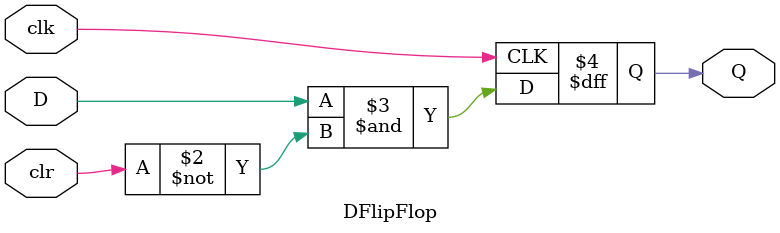
<source format=v>
module DFlipFlop(D, clk, clr,Q);
  input D, clk, clr; //setting the data pin and clock as input
  output reg Q;
  
  always @ (posedge clk)
  begin
    Q = D&(~clr);
  end
endmodule

</source>
